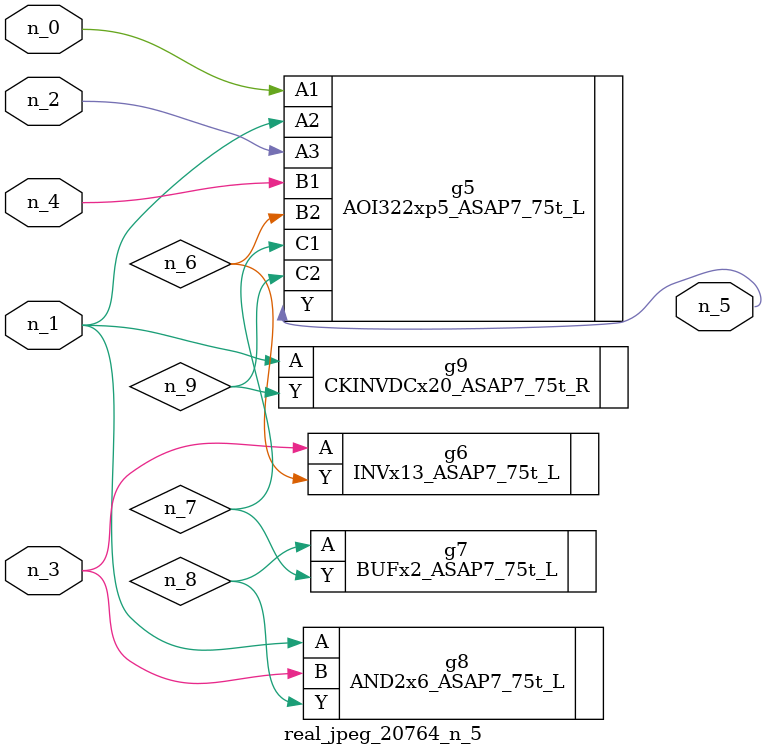
<source format=v>
module real_jpeg_20764_n_5 (n_4, n_0, n_1, n_2, n_3, n_5);

input n_4;
input n_0;
input n_1;
input n_2;
input n_3;

output n_5;

wire n_8;
wire n_6;
wire n_7;
wire n_9;

AOI322xp5_ASAP7_75t_L g5 ( 
.A1(n_0),
.A2(n_1),
.A3(n_2),
.B1(n_4),
.B2(n_6),
.C1(n_7),
.C2(n_9),
.Y(n_5)
);

AND2x6_ASAP7_75t_L g8 ( 
.A(n_1),
.B(n_3),
.Y(n_8)
);

CKINVDCx20_ASAP7_75t_R g9 ( 
.A(n_1),
.Y(n_9)
);

INVx13_ASAP7_75t_L g6 ( 
.A(n_3),
.Y(n_6)
);

BUFx2_ASAP7_75t_L g7 ( 
.A(n_8),
.Y(n_7)
);


endmodule
</source>
